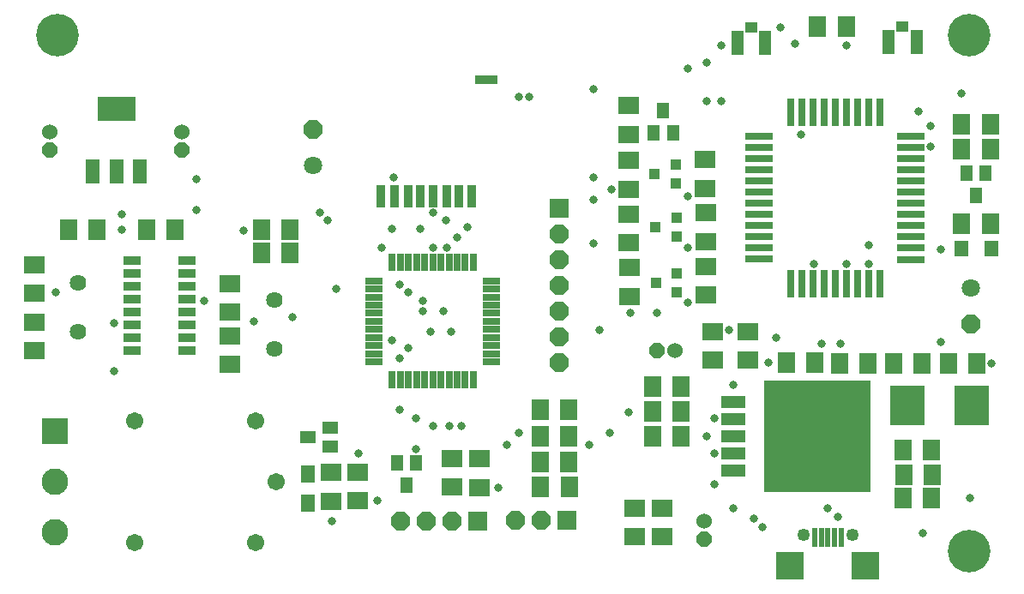
<source format=gbr>
G75*
G70*
%OFA0B0*%
%FSLAX24Y24*%
%IPPOS*%
%LPD*%
%AMOC8*
5,1,8,0,0,1.08239X$1,22.5*
%
%ADD10C,0.1655*%
%ADD11R,0.0237X0.0769*%
%ADD12R,0.1080X0.1080*%
%ADD13C,0.0493*%
%ADD14R,0.0336X0.0867*%
%ADD15R,0.0867X0.0336*%
%ADD16OC8,0.0710*%
%ADD17C,0.0710*%
%ADD18R,0.0720X0.0720*%
%ADD19OC8,0.0720*%
%ADD20R,0.0560X0.0960*%
%ADD21R,0.1497X0.0946*%
%ADD22OC8,0.0600*%
%ADD23C,0.0600*%
%ADD24C,0.0674*%
%ADD25R,0.0631X0.0474*%
%ADD26R,0.0790X0.0710*%
%ADD27R,0.0552X0.0671*%
%ADD28R,0.1030X0.1030*%
%ADD29C,0.1030*%
%ADD30R,0.4178X0.4332*%
%ADD31R,0.0930X0.0500*%
%ADD32R,0.0710X0.0789*%
%ADD33R,0.0789X0.0710*%
%ADD34R,0.0710X0.0790*%
%ADD35R,0.0671X0.0277*%
%ADD36R,0.0277X0.0671*%
%ADD37R,0.0680X0.0330*%
%ADD38R,0.1064X0.0269*%
%ADD39R,0.0269X0.1064*%
%ADD40C,0.0640*%
%ADD41R,0.1330X0.1580*%
%ADD42R,0.0434X0.0395*%
%ADD43R,0.0474X0.0631*%
%ADD44R,0.0493X0.0946*%
%ADD45R,0.0474X0.0395*%
%ADD46R,0.0552X0.0631*%
%ADD47C,0.0318*%
D10*
X002157Y022428D03*
X037590Y022428D03*
X037590Y002349D03*
D11*
X032601Y002890D03*
X032345Y002890D03*
X032089Y002890D03*
X031833Y002890D03*
X031577Y002890D03*
D12*
X030623Y001778D03*
X033556Y001778D03*
D13*
X033044Y002971D03*
X031134Y002971D03*
D14*
X018244Y016149D03*
X017751Y016149D03*
X017259Y016149D03*
X016747Y016149D03*
X016255Y016149D03*
X015763Y016149D03*
X015251Y016149D03*
X014720Y016149D03*
D15*
X018799Y020673D03*
D16*
X012070Y018769D03*
X037650Y011189D03*
D17*
X037650Y012589D03*
X012070Y017369D03*
D18*
X021630Y015689D03*
X021950Y003569D03*
X018490Y003529D03*
D19*
X017490Y003529D03*
X016490Y003529D03*
X015490Y003529D03*
X019950Y003569D03*
X020950Y003569D03*
X021630Y009689D03*
X021630Y010689D03*
X021630Y011689D03*
X021630Y012689D03*
X021630Y013689D03*
X021630Y014689D03*
D20*
X005340Y017129D03*
X004430Y017129D03*
X003520Y017129D03*
D21*
X004430Y019569D03*
D22*
X006990Y017959D03*
X001850Y017959D03*
X025440Y010169D03*
X027290Y002819D03*
D23*
X027290Y003519D03*
X026140Y010169D03*
X006990Y018659D03*
X001850Y018659D03*
D24*
X005128Y007418D03*
X009852Y007418D03*
X010639Y005056D03*
X009852Y002694D03*
X005128Y002694D03*
D25*
X011877Y006789D03*
X012743Y007163D03*
X012743Y006415D03*
D26*
X012790Y005409D03*
X013810Y005429D03*
X013810Y004309D03*
X012790Y004289D03*
X017470Y004849D03*
X018530Y004829D03*
X018530Y005949D03*
X017470Y005969D03*
X024590Y004029D03*
X024590Y002909D03*
X024370Y012269D03*
X024370Y013389D03*
X024350Y014349D03*
X024350Y015469D03*
X024330Y016429D03*
X024330Y017549D03*
X024330Y018569D03*
X024330Y019689D03*
X027310Y017589D03*
X027310Y016469D03*
X027330Y015509D03*
X027330Y014389D03*
X027350Y013429D03*
X027350Y012309D03*
D27*
X011870Y005360D03*
X011870Y004218D03*
D28*
X002030Y007029D03*
D29*
X002030Y003092D03*
X002030Y005060D03*
D30*
X031690Y006829D03*
D31*
X028410Y006829D03*
X028410Y007499D03*
X028410Y008169D03*
X028410Y006159D03*
X028410Y005489D03*
D32*
X026381Y008749D03*
X025279Y008749D03*
X022021Y007869D03*
X020919Y007869D03*
X020919Y006829D03*
X022021Y006829D03*
X022021Y005829D03*
X020919Y005829D03*
X035019Y006289D03*
X036121Y006289D03*
X036141Y005329D03*
X035039Y005329D03*
X035019Y004409D03*
X036121Y004409D03*
X035741Y009649D03*
X034639Y009649D03*
X036759Y009649D03*
X037861Y009649D03*
X011181Y014869D03*
X010079Y014869D03*
X006701Y014869D03*
X005599Y014869D03*
X003661Y014849D03*
X002559Y014849D03*
D33*
X001250Y013500D03*
X001250Y012398D03*
X001250Y011240D03*
X001250Y010138D03*
X008850Y009618D03*
X008850Y010720D03*
X008850Y011638D03*
X008850Y012740D03*
X025630Y004020D03*
X025630Y002918D03*
X027610Y009798D03*
X028970Y009798D03*
X028970Y010900D03*
X027610Y010900D03*
D34*
X030459Y009689D03*
X031578Y009689D03*
X032530Y009669D03*
X033650Y009669D03*
X026390Y007789D03*
X025270Y007789D03*
X025270Y006829D03*
X026390Y006829D03*
X022030Y004849D03*
X020910Y004849D03*
X011190Y013969D03*
X010070Y013969D03*
X031690Y022749D03*
X032810Y022749D03*
X037290Y018969D03*
X038410Y018969D03*
X038410Y017989D03*
X037290Y017989D03*
X037290Y015089D03*
X038410Y015089D03*
D35*
X019013Y012864D03*
X019013Y012549D03*
X019013Y012234D03*
X019013Y011919D03*
X019013Y011604D03*
X019013Y011289D03*
X019013Y010974D03*
X019013Y010659D03*
X019013Y010344D03*
X019013Y010029D03*
X019013Y009714D03*
X014447Y009714D03*
X014447Y010029D03*
X014447Y010344D03*
X014447Y010659D03*
X014447Y010974D03*
X014447Y011289D03*
X014447Y011604D03*
X014447Y011919D03*
X014447Y012234D03*
X014447Y012549D03*
X014447Y012864D03*
D36*
X015155Y013572D03*
X015470Y013572D03*
X015785Y013572D03*
X016100Y013572D03*
X016415Y013572D03*
X016730Y013572D03*
X017045Y013572D03*
X017360Y013572D03*
X017675Y013572D03*
X017990Y013572D03*
X018305Y013572D03*
X018305Y009005D03*
X017990Y009005D03*
X017675Y009005D03*
X017360Y009005D03*
X017045Y009005D03*
X016730Y009005D03*
X016415Y009005D03*
X016100Y009005D03*
X015785Y009005D03*
X015470Y009005D03*
X015155Y009005D03*
D37*
X007171Y010139D03*
X007171Y010639D03*
X007171Y011139D03*
X007171Y011639D03*
X007171Y012139D03*
X007171Y012639D03*
X007171Y013139D03*
X007171Y013639D03*
X005049Y013639D03*
X005049Y013139D03*
X005049Y012639D03*
X005049Y012139D03*
X005049Y011639D03*
X005049Y011139D03*
X005049Y010639D03*
X005049Y010139D03*
D38*
X029413Y013712D03*
X029413Y014145D03*
X029413Y014578D03*
X029413Y015011D03*
X029413Y015445D03*
X029413Y015878D03*
X029413Y016311D03*
X029413Y016744D03*
X029413Y017177D03*
X029413Y017610D03*
X029413Y018043D03*
X029413Y018476D03*
X035319Y018476D03*
X035319Y018043D03*
X035319Y017610D03*
X035319Y017177D03*
X035319Y016744D03*
X035319Y016311D03*
X035319Y015878D03*
X035319Y015445D03*
X035319Y015011D03*
X035319Y014578D03*
X035319Y014145D03*
X035319Y013693D03*
D39*
X034098Y012767D03*
X033665Y012767D03*
X033232Y012767D03*
X032799Y012767D03*
X032366Y012767D03*
X031933Y012767D03*
X031500Y012767D03*
X031067Y012767D03*
X030634Y012767D03*
X030634Y019421D03*
X031067Y019421D03*
X031500Y019421D03*
X031933Y019421D03*
X032366Y019421D03*
X032799Y019421D03*
X033232Y019421D03*
X033665Y019421D03*
X034098Y019421D03*
D40*
X010570Y012119D03*
X010570Y010219D03*
X002930Y010879D03*
X002930Y012779D03*
D41*
X035160Y008009D03*
X037660Y008009D03*
D42*
X026224Y012415D03*
X025397Y012789D03*
X026224Y013163D03*
X026204Y014575D03*
X025377Y014949D03*
X026204Y015323D03*
X026184Y016655D03*
X025357Y017029D03*
X026184Y017403D03*
D43*
X026064Y018616D03*
X025316Y018616D03*
X025690Y019482D03*
X037476Y017042D03*
X038224Y017042D03*
X037850Y016176D03*
X016084Y005802D03*
X015336Y005802D03*
X015710Y004936D03*
D44*
X028569Y022129D03*
X029651Y022129D03*
X034449Y022169D03*
X035531Y022169D03*
D45*
X034990Y022769D03*
X029110Y022729D03*
D46*
X037259Y014129D03*
X038441Y014129D03*
D47*
X036490Y014089D03*
X033690Y014249D03*
X033690Y013529D03*
X032810Y013529D03*
X031530Y013529D03*
X028250Y010969D03*
X026650Y012009D03*
X025450Y011609D03*
X024410Y011609D03*
X023210Y010969D03*
X024330Y007769D03*
X023610Y006969D03*
X022810Y006489D03*
X020090Y006969D03*
X019610Y006489D03*
X017850Y007209D03*
X017370Y007209D03*
X016730Y007209D03*
X016090Y007529D03*
X015450Y007849D03*
X016090Y006329D03*
X013850Y006169D03*
X014570Y004329D03*
X012810Y003529D03*
X019290Y004809D03*
X015450Y009849D03*
X015770Y010249D03*
X015130Y010569D03*
X016650Y010889D03*
X017450Y010889D03*
X017130Y011689D03*
X016330Y011689D03*
X016330Y012089D03*
X015770Y012409D03*
X015450Y012729D03*
X014730Y014169D03*
X015130Y014889D03*
X016250Y014889D03*
X016730Y015529D03*
X017250Y015209D03*
X017690Y014569D03*
X018090Y014969D03*
X017290Y014169D03*
X016730Y014169D03*
X012970Y012569D03*
X011290Y011449D03*
X009770Y011289D03*
X007850Y012089D03*
X004330Y011209D03*
X002090Y012409D03*
X004650Y014849D03*
X004650Y015449D03*
X007530Y015609D03*
X007530Y016809D03*
X009370Y014809D03*
X012330Y015529D03*
X012650Y015209D03*
X015210Y016889D03*
X020090Y020009D03*
X020490Y020009D03*
X022970Y020329D03*
X026650Y021129D03*
X027370Y021369D03*
X027930Y022009D03*
X030250Y022729D03*
X030810Y022089D03*
X032810Y022009D03*
X035610Y019449D03*
X036090Y018889D03*
X036090Y018089D03*
X037290Y020169D03*
X031050Y018569D03*
X027930Y019849D03*
X027370Y019849D03*
X022970Y016889D03*
X023690Y016409D03*
X022970Y016009D03*
X022970Y014329D03*
X026650Y014169D03*
X026650Y016169D03*
X030090Y010649D03*
X029770Y009689D03*
X028410Y008809D03*
X027690Y007529D03*
X027370Y006809D03*
X027690Y006169D03*
X027690Y004969D03*
X028410Y004009D03*
X029210Y003609D03*
X029530Y003289D03*
X032090Y004009D03*
X032490Y003689D03*
X035770Y003049D03*
X037610Y004409D03*
X038450Y009649D03*
X036490Y010489D03*
X032570Y010409D03*
X031850Y010409D03*
X004330Y009369D03*
M02*

</source>
